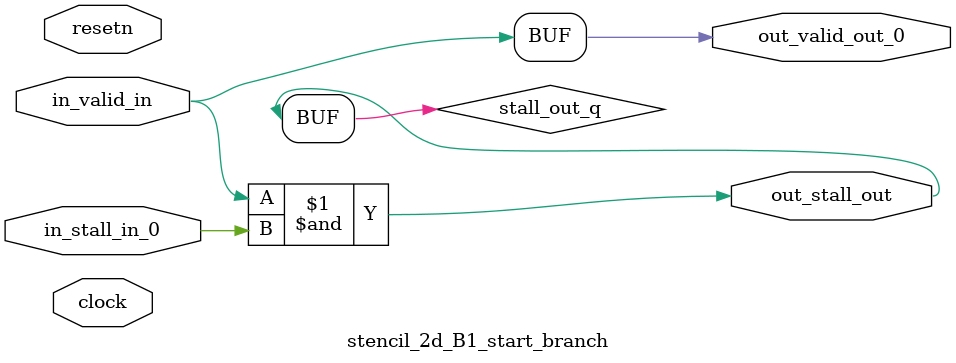
<source format=sv>



(* altera_attribute = "-name AUTO_SHIFT_REGISTER_RECOGNITION OFF; -name MESSAGE_DISABLE 10036; -name MESSAGE_DISABLE 10037; -name MESSAGE_DISABLE 14130; -name MESSAGE_DISABLE 14320; -name MESSAGE_DISABLE 15400; -name MESSAGE_DISABLE 14130; -name MESSAGE_DISABLE 10036; -name MESSAGE_DISABLE 12020; -name MESSAGE_DISABLE 12030; -name MESSAGE_DISABLE 12010; -name MESSAGE_DISABLE 12110; -name MESSAGE_DISABLE 14320; -name MESSAGE_DISABLE 13410; -name MESSAGE_DISABLE 113007; -name MESSAGE_DISABLE 10958" *)
module stencil_2d_B1_start_branch (
    input wire [0:0] in_stall_in_0,
    input wire [0:0] in_valid_in,
    output wire [0:0] out_stall_out,
    output wire [0:0] out_valid_out_0,
    input wire clock,
    input wire resetn
    );

    wire [0:0] stall_out_q;


    // stall_out(LOGICAL,6)
    assign stall_out_q = in_valid_in & in_stall_in_0;

    // out_stall_out(GPOUT,4)
    assign out_stall_out = stall_out_q;

    // out_valid_out_0(GPOUT,5)
    assign out_valid_out_0 = in_valid_in;

endmodule

</source>
